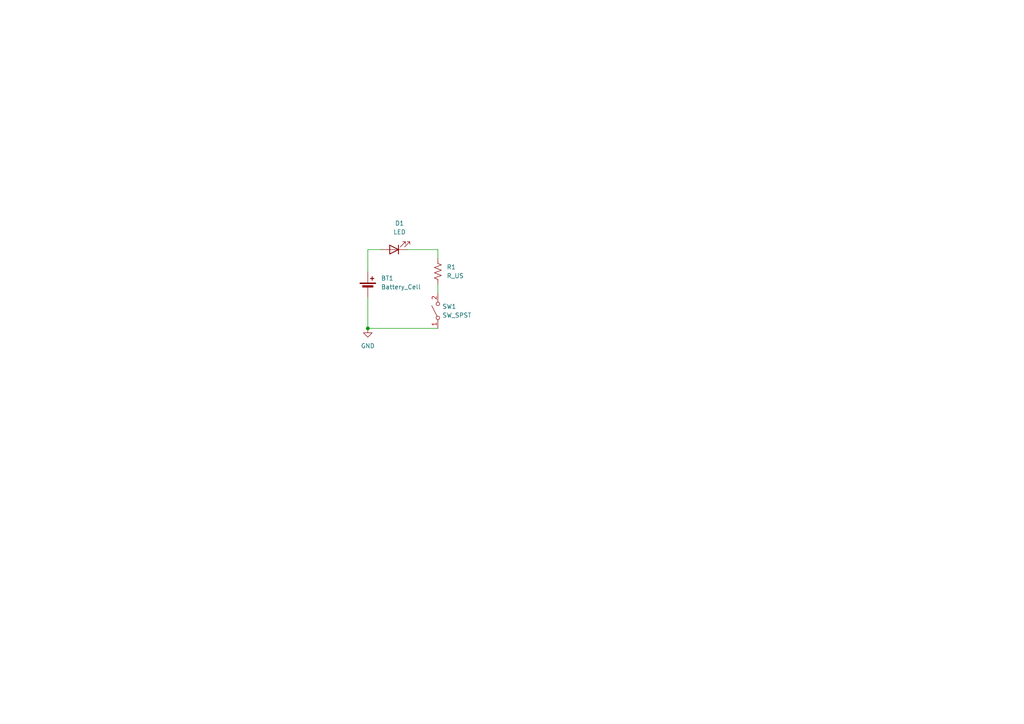
<source format=kicad_sch>
(kicad_sch (version 20231120) (generator "eeschema") (generator_version "8.0")
  (paper "A4")
  (lib_symbols
    (symbol "Device:Battery_Cell" (pin_numbers hide) (pin_names (offset 0) hide)
      (property "Reference" "BT" (at 2.54 2.54 0))
      (property "Value" "Battery_Cell" (at 2.54 0 0))
      (symbol "Battery_Cell_0_1"
        (rectangle (start -2.286 1.778) (end 2.286 1.524) (fill (type outline)))
        (rectangle (start -1.524 1.016) (end 1.524 0.508) (fill (type outline)))
        (polyline (pts (xy 0 0.762) (xy 0 0)))
        (polyline (pts (xy 0 1.778) (xy 0 2.54)))
        (polyline (pts (xy 0.762 3.048) (xy 1.778 3.048)) (stroke (width 0.254)))
        (polyline (pts (xy 1.27 3.556) (xy 1.27 2.54)) (stroke (width 0.254)))
      )
      (symbol "Battery_Cell_1_1"
        (pin passive line (at 0 5.08 270) (length 2.54) (name "+") (number "1"))
        (pin passive line (at 0 -2.54 90) (length 2.54) (name "-") (number "2"))
      )
    )
    (symbol "Device:LED" (pin_numbers hide) (pin_names (offset 1.016) hide)
      (property "Reference" "D" (at 0 2.54 0))
      (property "Value" "LED" (at 0 -2.54 0))
      (symbol "LED_0_1"
        (polyline (pts (xy -1.27 -1.27) (xy -1.27 1.27)) (stroke (width 0.254)))
        (polyline (pts (xy -1.27 0) (xy 1.27 0)))
        (polyline (pts (xy 1.27 -1.27) (xy 1.27 1.27) (xy -1.27 0) (xy 1.27 -1.27)) (stroke (width 0.254)))
        (polyline (pts (xy -3.048 -0.762) (xy -4.572 -2.286) (xy -3.81 -2.286) (xy -4.572 -2.286) (xy -4.572 -1.524)))
        (polyline (pts (xy -1.778 -0.762) (xy -3.302 -2.286) (xy -2.54 -2.286) (xy -3.302 -2.286) (xy -3.302 -1.524)))
      )
      (symbol "LED_1_1"
        (pin passive line (at -3.81 0 0) (length 2.54) (name "K") (number "1"))
        (pin passive line (at 3.81 0 180) (length 2.54) (name "A") (number "2"))
      )
    )
    (symbol "Device:R_US" (pin_numbers hide) (pin_names (offset 0))
      (property "Reference" "R" (at 2.54 0 90))
      (property "Value" "R_US" (at -2.54 0 90))
      (symbol "R_US_0_1"
        (polyline (pts (xy 0 -2.286) (xy 0 -2.54)))
        (polyline (pts (xy 0 2.286) (xy 0 2.54)))
        (polyline (pts (xy 0 -0.762) (xy 1.016 -1.143) (xy 0 -1.524) (xy -1.016 -1.905) (xy 0 -2.286)))
        (polyline (pts (xy 0 0.762) (xy 1.016 0.381) (xy 0 0) (xy -1.016 -0.381) (xy 0 -0.762)))
        (polyline (pts (xy 0 2.286) (xy 1.016 1.905) (xy 0 1.524) (xy -1.016 1.143) (xy 0 0.762)))
      )
      (symbol "R_US_1_1"
        (pin passive line (at 0 3.81 270) (length 1.27) (name "~") (number "1"))
        (pin passive line (at 0 -3.81 90) (length 1.27) (name "~") (number "2"))
      )
    )
    (symbol "Switch:SW_SPST" (pin_names (offset 0) hide)
      (property "Reference" "SW" (at 0 3.175 0))
      (property "Value" "SW_SPST" (at 0 -2.54 0))
      (symbol "SW_SPST_0_0"
        (circle (center -2.032 0) (radius 0.508))
        (polyline (pts (xy -1.524 0.254) (xy 1.524 1.778)))
        (circle (center 2.032 0) (radius 0.508))
      )
      (symbol "SW_SPST_1_1"
        (pin passive line (at -5.08 0 0) (length 2.54) (name "A") (number "1"))
        (pin passive line (at 5.08 0 180) (length 2.54) (name "B") (number "2"))
      )
    )
    (symbol "power:GND" (power) (pin_numbers hide) (pin_names (offset 0) hide)
      (property "Value" "GND" (at 0 -3.81 0))
      (symbol "GND_0_1"
        (polyline (pts (xy 0 0) (xy 0 -1.27) (xy 1.27 -1.27) (xy 0 -2.54) (xy -1.27 -1.27) (xy 0 -1.27)))
      )
      (symbol "GND_1_1"
        (pin power_in line (at 0 0 270) (length 0) (name "~") (number "1"))
      )
    )
  )
  (junction (at 106.68 95.25))
  (wire (pts (xy 106.68 78.74) (xy 106.68 72.39)))
  (wire (pts (xy 127 82.55) (xy 127 85.09)))
  (wire (pts (xy 118.11 72.39) (xy 127 72.39)))
  (wire (pts (xy 127 95.25) (xy 106.68 95.25)))
  (wire (pts (xy 106.68 95.25) (xy 106.68 86.36)))
  (wire (pts (xy 106.68 72.39) (xy 110.49 72.39)))
  (wire (pts (xy 127 72.39) (xy 127 74.93)))
  (symbol (lib_id "Device:LED") (at 114.3 72.39 180) (unit 1)
    (property "Reference" "D1" (at 115.8875 64.77 0))
    (property "Value" "LED" (at 115.8875 67.31 0))
    (property "Footprint" "LED_SMD:LED_2512_6332Metric" (effects (hide yes)))
    (property "Description" "Light emitting diode" (effects (hide yes)))
  )
  (symbol (lib_id "power:GND") (at 106.68 95.25 0) (unit 1)
    (property "Reference" "#PWR01" (effects (hide yes)))
    (property "Value" "GND" (at 106.68 100.33 0))
    (property "Description" "Power symbol creates a global label with name \"GND\" , ground" (effects (hide yes)))
  )
  (symbol (lib_id "Device:Battery_Cell") (at 106.68 83.82 0) (unit 1)
    (property "Reference" "BT1" (at 110.49 80.7084 0) (effects (justify left)))
    (property "Value" "Battery_Cell" (at 110.49 83.2484 0) (effects (justify left)))
    (property "Footprint" "Battery:BatteryHolder_Keystone_103_1x20mm" (effects (hide yes)))
    (property "Description" "Single-cell battery" (effects (hide yes)))
  )
  (symbol (lib_id "Switch:SW_SPST") (at 127 90.17 90) (unit 1)
    (property "Reference" "SW1" (at 128.27 88.8999 90) (effects (justify right)))
    (property "Value" "SW_SPST" (at 128.27 91.4399 90) (effects (justify right)))
    (property "Footprint" "Button_Switch_THT:SW_PUSH_6mm" (effects (hide yes)))
    (property "Description" "Single Pole Single Throw (SPST) switch" (effects (hide yes)))
  )
  (symbol (lib_id "Device:R_US") (at 127 78.74 0) (unit 1)
    (property "Reference" "R1" (at 129.54 77.4699 0) (effects (justify left)))
    (property "Value" "R_US" (at 129.54 80.0099 0) (effects (justify left)))
    (property "Footprint" "Resistor_SMD:R_2512_6332Metric" (effects (hide yes)))
    (property "Description" "Resistor, US symbol" (effects (hide yes)))
  )
)
</source>
